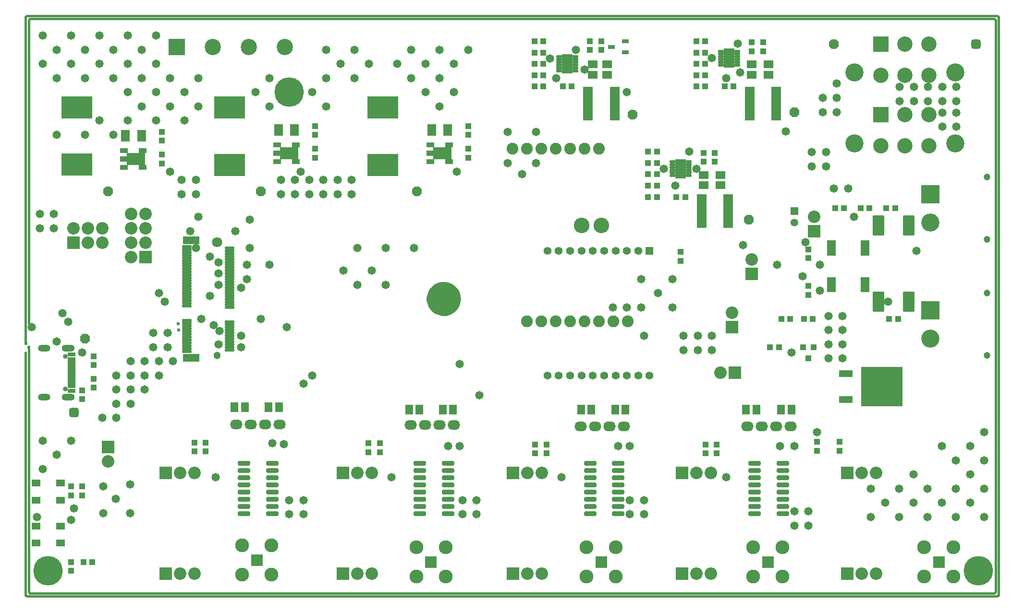
<source format=gts>
G04*
G04 #@! TF.GenerationSoftware,Altium Limited,Altium Designer,22.8.2 (66)*
G04*
G04 Layer_Color=8388736*
%FSLAX25Y25*%
%MOIN*%
G70*
G04*
G04 #@! TF.SameCoordinates,96B98669-0A76-488E-AF90-C307CBE701B7*
G04*
G04*
G04 #@! TF.FilePolarity,Negative*
G04*
G01*
G75*
%ADD40C,0.07874*%
%ADD41C,0.01500*%
%ADD42C,0.10800*%
%ADD43R,0.07099X0.23241*%
G04:AMPARAMS|DCode=44|XSize=19.81mil|YSize=69.02mil|CornerRadius=4.89mil|HoleSize=0mil|Usage=FLASHONLY|Rotation=90.000|XOffset=0mil|YOffset=0mil|HoleType=Round|Shape=RoundedRectangle|*
%AMROUNDEDRECTD44*
21,1,0.01981,0.05925,0,0,90.0*
21,1,0.01004,0.06902,0,0,90.0*
1,1,0.00977,0.02963,0.00502*
1,1,0.00977,0.02963,-0.00502*
1,1,0.00977,-0.02963,-0.00502*
1,1,0.00977,-0.02963,0.00502*
%
%ADD44ROUNDEDRECTD44*%
G04:AMPARAMS|DCode=45|XSize=55.24mil|YSize=116.27mil|CornerRadius=7.54mil|HoleSize=0mil|Usage=FLASHONLY|Rotation=90.000|XOffset=0mil|YOffset=0mil|HoleType=Round|Shape=RoundedRectangle|*
%AMROUNDEDRECTD45*
21,1,0.05524,0.10118,0,0,90.0*
21,1,0.04016,0.11627,0,0,90.0*
1,1,0.01509,0.05059,0.02008*
1,1,0.01509,0.05059,-0.02008*
1,1,0.01509,-0.05059,-0.02008*
1,1,0.01509,-0.05059,0.02008*
%
%ADD45ROUNDEDRECTD45*%
G04:AMPARAMS|DCode=46|XSize=85.56mil|YSize=31.23mil|CornerRadius=6.9mil|HoleSize=0mil|Usage=FLASHONLY|Rotation=180.000|XOffset=0mil|YOffset=0mil|HoleType=Round|Shape=RoundedRectangle|*
%AMROUNDEDRECTD46*
21,1,0.08556,0.01742,0,0,180.0*
21,1,0.07175,0.03123,0,0,180.0*
1,1,0.01381,-0.03588,0.00871*
1,1,0.01381,0.03588,0.00871*
1,1,0.01381,0.03588,-0.00871*
1,1,0.01381,-0.03588,-0.00871*
%
%ADD46ROUNDEDRECTD46*%
%ADD47R,0.05524X0.03477*%
%ADD48R,0.07493X0.13792*%
G04:AMPARAMS|DCode=49|XSize=41.07mil|YSize=18.24mil|CornerRadius=5.28mil|HoleSize=0mil|Usage=FLASHONLY|Rotation=0.000|XOffset=0mil|YOffset=0mil|HoleType=Round|Shape=RoundedRectangle|*
%AMROUNDEDRECTD49*
21,1,0.04107,0.00768,0,0,0.0*
21,1,0.03051,0.01824,0,0,0.0*
1,1,0.01056,0.01526,-0.00384*
1,1,0.01056,-0.01526,-0.00384*
1,1,0.01056,-0.01526,0.00384*
1,1,0.01056,0.01526,0.00384*
%
%ADD49ROUNDEDRECTD49*%
%ADD50R,0.06312X0.02572*%
%ADD51R,0.05918X0.04737*%
%ADD52R,0.04461X0.04225*%
%ADD53R,0.04225X0.04461*%
G04:AMPARAMS|DCode=54|XSize=82.8mil|YSize=140.68mil|CornerRadius=6.62mil|HoleSize=0mil|Usage=FLASHONLY|Rotation=180.000|XOffset=0mil|YOffset=0mil|HoleType=Round|Shape=RoundedRectangle|*
%AMROUNDEDRECTD54*
21,1,0.08280,0.12744,0,0,180.0*
21,1,0.06957,0.14068,0,0,180.0*
1,1,0.01324,-0.03478,0.06372*
1,1,0.01324,0.03478,0.06372*
1,1,0.01324,0.03478,-0.06372*
1,1,0.01324,-0.03478,-0.06372*
%
%ADD54ROUNDEDRECTD54*%
%ADD55R,0.04737X0.03162*%
%ADD56R,0.09461X0.04540*%
%ADD57R,0.29147X0.27572*%
%ADD58R,0.21272X0.15564*%
%ADD59R,0.05328X0.03162*%
%ADD60R,0.05328X0.01981*%
%ADD61R,0.06076X0.07887*%
%ADD62R,0.03950X0.04343*%
%ADD63R,0.05170X0.06587*%
%ADD64R,0.06587X0.05170*%
%ADD65P,0.07360X8X22.5*%
G04:AMPARAMS|DCode=66|XSize=68mil|YSize=68mil|CornerRadius=19mil|HoleSize=0mil|Usage=FLASHONLY|Rotation=0.000|XOffset=0mil|YOffset=0mil|HoleType=Round|Shape=RoundedRectangle|*
%AMROUNDEDRECTD66*
21,1,0.06800,0.03000,0,0,0.0*
21,1,0.03000,0.06800,0,0,0.0*
1,1,0.03800,0.01500,-0.01500*
1,1,0.03800,-0.01500,-0.01500*
1,1,0.03800,-0.01500,0.01500*
1,1,0.03800,0.01500,0.01500*
%
%ADD66ROUNDEDRECTD66*%
%ADD67C,0.08200*%
%ADD68C,0.07099*%
%ADD69C,0.05131*%
%ADD70C,0.14580*%
%ADD71O,0.08674X0.06706*%
%ADD72R,0.08674X0.08674*%
%ADD73C,0.08674*%
%ADD74R,0.08674X0.08674*%
%ADD75R,0.11312X0.11312*%
%ADD76C,0.11312*%
%ADD77C,0.12611*%
%ADD78R,0.10642X0.10642*%
%ADD79C,0.10642*%
%ADD80C,0.10642*%
%ADD81R,0.12611X0.12611*%
%ADD82C,0.04737*%
%ADD83R,0.05328X0.05328*%
%ADD84C,0.05328*%
%ADD85C,0.05512*%
%ADD86R,0.05512X0.05512*%
%ADD87C,0.09646*%
%ADD88R,0.08465X0.08465*%
%ADD89O,0.08674X0.04737*%
%ADD90O,0.09068X0.04934*%
%ADD91C,0.03359*%
%ADD92C,0.20485*%
%ADD93C,0.05800*%
%ADD94C,0.02375*%
G36*
X181496Y398248D02*
X168701D01*
Y400709D01*
X163976D01*
Y404173D01*
X168701D01*
Y406634D01*
X181496D01*
Y398248D01*
D02*
G37*
G36*
X287795Y402185D02*
X275000D01*
Y404646D01*
X270276D01*
Y408110D01*
X275000D01*
Y410571D01*
X287795D01*
Y402185D01*
D02*
G37*
G36*
X394094D02*
X381299D01*
Y404646D01*
X376575D01*
Y408110D01*
X381299D01*
Y410571D01*
X394094D01*
Y402185D01*
D02*
G37*
D40*
X396555Y305118D02*
X396491Y306125D01*
X396298Y307115D01*
X395980Y308073D01*
X395542Y308982D01*
X394991Y309828D01*
X394337Y310596D01*
X393590Y311274D01*
X392763Y311852D01*
X391868Y312318D01*
X390921Y312667D01*
X389938Y312891D01*
X388933Y312988D01*
X387925Y312956D01*
X386929Y312795D01*
X385962Y312508D01*
X385039Y312099D01*
X384176Y311576D01*
X383387Y310947D01*
X382685Y310222D01*
X382082Y309414D01*
X381587Y308535D01*
X381208Y307599D01*
X380952Y306623D01*
X380823Y305623D01*
Y304614D01*
X380952Y303613D01*
X381208Y302637D01*
X381587Y301702D01*
X382082Y300823D01*
X382685Y300014D01*
X383387Y299289D01*
X384176Y298660D01*
X385039Y298137D01*
X385962Y297729D01*
X386929Y297442D01*
X387925Y297281D01*
X388933Y297248D01*
X389938Y297345D01*
X390921Y297569D01*
X391868Y297918D01*
X392763Y298385D01*
X393590Y298962D01*
X394337Y299640D01*
X394991Y300409D01*
X395542Y301254D01*
X395980Y302163D01*
X396298Y303121D01*
X396491Y304111D01*
X396555Y305118D01*
D41*
X98425Y274724D02*
X98787Y274363D01*
X100525Y101404D02*
Y271654D01*
X98425Y267717D02*
X98425Y99304D01*
X99304Y98425D01*
X100525Y101404D02*
X101404Y100525D01*
X770643D01*
X99304Y98425D02*
X772743D01*
X773622Y99304D01*
X770643Y100525D02*
X771522Y101404D01*
X770643Y499868D02*
X771522Y498990D01*
X773622Y99304D02*
Y501090D01*
X771522Y101404D02*
Y498990D01*
X772743Y501968D02*
X773622Y501090D01*
X100525Y288217D02*
X102362Y286380D01*
X101404Y499868D02*
X770643D01*
X100525Y498990D02*
X101404Y499868D01*
X100525Y288217D02*
Y498990D01*
X99304Y501968D02*
X772743D01*
X98425Y501090D02*
X99304Y501968D01*
X98425Y274724D02*
X98425Y501090D01*
X102362Y285433D02*
Y286380D01*
D42*
X484252Y356299D02*
D03*
X498032D02*
D03*
D43*
X567520Y366142D02*
D03*
X586024D02*
D03*
X619488Y440945D02*
D03*
X600984D02*
D03*
X507283D02*
D03*
X488779D02*
D03*
D44*
X210433Y341535D02*
D03*
X240158Y340551D02*
D03*
X210433Y339567D02*
D03*
X240158Y338583D02*
D03*
X210433Y337598D02*
D03*
X240158Y336614D02*
D03*
X210433Y335630D02*
D03*
X240158Y334646D02*
D03*
X210433Y333661D02*
D03*
X240158Y332677D02*
D03*
X210433Y331693D02*
D03*
X240158Y330709D02*
D03*
X210433Y329724D02*
D03*
X240158Y328740D02*
D03*
X210433Y327756D02*
D03*
X240158Y326772D02*
D03*
X210433Y325787D02*
D03*
X240158Y324803D02*
D03*
X210433Y323819D02*
D03*
X240158Y322835D02*
D03*
X210433Y321850D02*
D03*
X240158Y320866D02*
D03*
X210433Y319882D02*
D03*
X240158Y318898D02*
D03*
X210433Y317913D02*
D03*
X240158Y316929D02*
D03*
X210433Y315945D02*
D03*
X240158Y314961D02*
D03*
X210433Y313976D02*
D03*
X240158Y312992D02*
D03*
X210433Y312008D02*
D03*
X240158Y311024D02*
D03*
X210433Y310039D02*
D03*
X240158Y309055D02*
D03*
X210433Y308071D02*
D03*
X240158Y307087D02*
D03*
X210433Y306102D02*
D03*
X240158Y305118D02*
D03*
X210433Y304134D02*
D03*
X240158Y303150D02*
D03*
X210433Y302165D02*
D03*
X240158Y301181D02*
D03*
X210433Y300197D02*
D03*
X240158Y299213D02*
D03*
X210433Y290354D02*
D03*
X240158Y289370D02*
D03*
X210433Y288386D02*
D03*
X240158Y287402D02*
D03*
X210433Y286417D02*
D03*
X240158Y285433D02*
D03*
X210433Y284449D02*
D03*
X240158Y283465D02*
D03*
X210433Y282480D02*
D03*
X240158Y281496D02*
D03*
X210433Y280512D02*
D03*
Y278543D02*
D03*
Y276575D02*
D03*
Y274606D02*
D03*
Y272638D02*
D03*
Y270669D02*
D03*
Y268701D02*
D03*
X240158Y269685D02*
D03*
Y271654D02*
D03*
Y273622D02*
D03*
Y275590D02*
D03*
Y277559D02*
D03*
Y279528D02*
D03*
D45*
X213484Y345866D02*
D03*
Y264370D02*
D03*
D46*
X269587Y155728D02*
D03*
Y160728D02*
D03*
Y165728D02*
D03*
Y170728D02*
D03*
Y175728D02*
D03*
Y180728D02*
D03*
Y185728D02*
D03*
Y190728D02*
D03*
X250098D02*
D03*
Y185728D02*
D03*
Y180728D02*
D03*
Y175728D02*
D03*
Y170728D02*
D03*
Y165728D02*
D03*
Y160728D02*
D03*
Y155728D02*
D03*
X391634D02*
D03*
Y160728D02*
D03*
Y165728D02*
D03*
Y170728D02*
D03*
Y175728D02*
D03*
Y180728D02*
D03*
Y185728D02*
D03*
Y190728D02*
D03*
X372146D02*
D03*
Y185728D02*
D03*
Y180728D02*
D03*
Y175728D02*
D03*
Y170728D02*
D03*
Y165728D02*
D03*
Y160728D02*
D03*
Y155728D02*
D03*
X509744D02*
D03*
Y160728D02*
D03*
Y165728D02*
D03*
Y170728D02*
D03*
Y175728D02*
D03*
Y180728D02*
D03*
Y185728D02*
D03*
Y190728D02*
D03*
X490256D02*
D03*
Y185728D02*
D03*
Y180728D02*
D03*
Y175728D02*
D03*
Y170728D02*
D03*
Y165728D02*
D03*
Y160728D02*
D03*
Y155728D02*
D03*
X623917D02*
D03*
Y160728D02*
D03*
Y165728D02*
D03*
Y170728D02*
D03*
Y175728D02*
D03*
Y180728D02*
D03*
Y185728D02*
D03*
Y190728D02*
D03*
X604429D02*
D03*
Y185728D02*
D03*
Y180728D02*
D03*
Y175728D02*
D03*
Y170728D02*
D03*
Y165728D02*
D03*
Y160728D02*
D03*
Y155728D02*
D03*
D47*
X392323Y412283D02*
D03*
Y400472D02*
D03*
X379331D02*
D03*
Y412283D02*
D03*
X286024D02*
D03*
Y400472D02*
D03*
X273031D02*
D03*
Y412283D02*
D03*
X179724Y408346D02*
D03*
Y396535D02*
D03*
X166732D02*
D03*
Y408346D02*
D03*
D48*
X586614Y472441D02*
D03*
X474409Y468504D02*
D03*
X553150Y395669D02*
D03*
D49*
X592264Y477362D02*
D03*
Y475394D02*
D03*
Y473425D02*
D03*
Y471457D02*
D03*
Y469488D02*
D03*
Y467520D02*
D03*
X580965D02*
D03*
Y469488D02*
D03*
Y471457D02*
D03*
Y473425D02*
D03*
Y475394D02*
D03*
Y477362D02*
D03*
X480059Y473425D02*
D03*
Y471457D02*
D03*
Y469488D02*
D03*
Y467520D02*
D03*
Y465551D02*
D03*
Y463583D02*
D03*
X468760D02*
D03*
Y465551D02*
D03*
Y467520D02*
D03*
Y469488D02*
D03*
Y471457D02*
D03*
Y473425D02*
D03*
X558799Y400591D02*
D03*
Y398622D02*
D03*
Y396654D02*
D03*
Y394685D02*
D03*
Y392717D02*
D03*
Y390748D02*
D03*
X547500D02*
D03*
Y392717D02*
D03*
Y394685D02*
D03*
Y396654D02*
D03*
Y398622D02*
D03*
Y400591D02*
D03*
D50*
X680905Y311122D02*
D03*
Y313681D02*
D03*
Y316240D02*
D03*
Y318799D02*
D03*
X657677Y311122D02*
D03*
Y313681D02*
D03*
Y316240D02*
D03*
Y318799D02*
D03*
X680905Y336713D02*
D03*
Y339272D02*
D03*
Y341831D02*
D03*
Y344390D02*
D03*
X657677Y336713D02*
D03*
Y339272D02*
D03*
Y341831D02*
D03*
Y344390D02*
D03*
D51*
X122835Y135433D02*
D03*
X105512Y147244D02*
D03*
Y135433D02*
D03*
X122835Y147244D02*
D03*
X122835Y165354D02*
D03*
X105512Y177165D02*
D03*
Y165354D02*
D03*
X122835Y177165D02*
D03*
D52*
X647638Y205827D02*
D03*
Y199685D02*
D03*
X663386Y205827D02*
D03*
Y199685D02*
D03*
X215539Y205264D02*
D03*
Y199122D02*
D03*
X223413Y205264D02*
D03*
Y199122D02*
D03*
X336457Y204724D02*
D03*
Y198583D02*
D03*
X344331Y204724D02*
D03*
Y198583D02*
D03*
X452126Y203858D02*
D03*
Y197716D02*
D03*
X460000Y203858D02*
D03*
Y197716D02*
D03*
X570236Y203858D02*
D03*
Y197717D02*
D03*
X578110Y203858D02*
D03*
Y197717D02*
D03*
X405512Y403307D02*
D03*
Y409449D02*
D03*
X299213Y403307D02*
D03*
Y409449D02*
D03*
X192913Y399370D02*
D03*
Y405512D02*
D03*
X641732Y314094D02*
D03*
Y307953D02*
D03*
X602362Y477244D02*
D03*
Y483386D02*
D03*
X641732Y339685D02*
D03*
Y333543D02*
D03*
X490158Y478110D02*
D03*
Y484252D02*
D03*
X576772Y400472D02*
D03*
Y406614D02*
D03*
X145669Y249528D02*
D03*
Y243386D02*
D03*
Y259134D02*
D03*
Y265276D02*
D03*
X137795Y168583D02*
D03*
Y174724D02*
D03*
X405512Y419055D02*
D03*
Y425197D02*
D03*
X299213Y419055D02*
D03*
Y425197D02*
D03*
X192913Y415118D02*
D03*
Y421260D02*
D03*
X610236Y477244D02*
D03*
Y483386D02*
D03*
X498032Y478110D02*
D03*
Y484252D02*
D03*
X568898Y400472D02*
D03*
Y406614D02*
D03*
X137795Y241654D02*
D03*
Y235512D02*
D03*
X129921Y122283D02*
D03*
Y116142D02*
D03*
X129921Y174724D02*
D03*
Y168583D02*
D03*
X553150Y337717D02*
D03*
Y331575D02*
D03*
D53*
X570000Y484252D02*
D03*
X563858D02*
D03*
X570000Y476378D02*
D03*
X563858D02*
D03*
X666457Y368110D02*
D03*
X660315D02*
D03*
X457795Y484252D02*
D03*
X451653D02*
D03*
X457795Y468504D02*
D03*
X451653D02*
D03*
X684173Y368110D02*
D03*
X678031D02*
D03*
X621181Y271654D02*
D03*
X615039D02*
D03*
X629055Y291339D02*
D03*
X622913D02*
D03*
X644803Y291339D02*
D03*
X638661D02*
D03*
X536535Y407480D02*
D03*
X530394D02*
D03*
X536535Y399606D02*
D03*
X530394D02*
D03*
X138661Y122047D02*
D03*
X144803D02*
D03*
X570000Y468504D02*
D03*
X563858D02*
D03*
Y460630D02*
D03*
X570000D02*
D03*
X563858Y452756D02*
D03*
X570000D02*
D03*
X583543D02*
D03*
X589685D02*
D03*
X703858Y291339D02*
D03*
X697717D02*
D03*
X457795Y476378D02*
D03*
X451653D02*
D03*
Y452756D02*
D03*
X457795D02*
D03*
X451653Y460630D02*
D03*
X457795D02*
D03*
X471339Y452756D02*
D03*
X477480D02*
D03*
X695748Y368110D02*
D03*
X701890D02*
D03*
X536535Y391732D02*
D03*
X530394D02*
D03*
Y375984D02*
D03*
X536535D02*
D03*
X530394Y383858D02*
D03*
X536535D02*
D03*
X550079Y375984D02*
D03*
X556220D02*
D03*
D54*
X711260Y303150D02*
D03*
X690315D02*
D03*
X711260Y356299D02*
D03*
X690315D02*
D03*
D55*
X505118Y480315D02*
D03*
X514567Y484055D02*
D03*
Y476575D02*
D03*
D56*
X667520Y253071D02*
D03*
Y235118D02*
D03*
D57*
X692717Y244094D02*
D03*
D58*
X346457Y438071D02*
D03*
Y398307D02*
D03*
X240158Y438071D02*
D03*
Y398307D02*
D03*
X133858Y438268D02*
D03*
Y398504D02*
D03*
D59*
X130217Y266496D02*
D03*
Y241299D02*
D03*
Y263347D02*
D03*
Y244449D02*
D03*
D60*
Y252913D02*
D03*
Y254882D02*
D03*
Y250945D02*
D03*
Y248976D02*
D03*
Y247008D02*
D03*
Y256850D02*
D03*
Y258819D02*
D03*
Y260787D02*
D03*
D61*
X380197Y422520D02*
D03*
X391457D02*
D03*
X273898D02*
D03*
X285157D02*
D03*
X167598Y418386D02*
D03*
X178858D02*
D03*
D62*
X645472Y271654D02*
D03*
X637992D02*
D03*
X641732Y263779D02*
D03*
D63*
X250579Y229752D02*
D03*
X243492D02*
D03*
X267114D02*
D03*
X274201D02*
D03*
X371654Y228346D02*
D03*
X364567D02*
D03*
X388032D02*
D03*
X395118D02*
D03*
X491102D02*
D03*
X484016D02*
D03*
X507638D02*
D03*
X514724D02*
D03*
X605512D02*
D03*
X598425D02*
D03*
X622835D02*
D03*
X629921D02*
D03*
D64*
X614174Y461024D02*
D03*
Y468110D02*
D03*
X602362Y461024D02*
D03*
Y468110D02*
D03*
X501969Y461024D02*
D03*
Y468110D02*
D03*
X492126Y461024D02*
D03*
Y468110D02*
D03*
X568898Y384252D02*
D03*
Y391339D02*
D03*
X580709Y384252D02*
D03*
Y391339D02*
D03*
D65*
X370079Y379921D02*
D03*
X261811D02*
D03*
X155512D02*
D03*
X139764Y277559D02*
D03*
X659449Y482283D02*
D03*
X600394Y360236D02*
D03*
X631890Y435039D02*
D03*
X519685Y433071D02*
D03*
D66*
X131890Y226378D02*
D03*
X757874Y482283D02*
D03*
D67*
X446220Y289449D02*
D03*
X506220D02*
D03*
X496220D02*
D03*
X486221D02*
D03*
X476221D02*
D03*
X466221D02*
D03*
X456220D02*
D03*
X496220Y409449D02*
D03*
X486221D02*
D03*
X476221D02*
D03*
X466221D02*
D03*
X456220D02*
D03*
X446220D02*
D03*
X436221D02*
D03*
X516221Y289449D02*
D03*
D68*
X231201Y344488D02*
D03*
D69*
Y265748D02*
D03*
D70*
X388681Y305118D02*
D03*
D71*
X274594Y217941D02*
D03*
X264595D02*
D03*
X254594D02*
D03*
X244595D02*
D03*
X395512Y217402D02*
D03*
X385512D02*
D03*
X375512D02*
D03*
X365512D02*
D03*
X513622Y216535D02*
D03*
X503622D02*
D03*
X493622D02*
D03*
X483622D02*
D03*
X629291Y216535D02*
D03*
X619291D02*
D03*
X609291D02*
D03*
X599291D02*
D03*
D72*
X131575Y344331D02*
D03*
X590551Y253937D02*
D03*
X195539Y184173D02*
D03*
X195539Y114173D02*
D03*
X318583Y184173D02*
D03*
X318583Y114173D02*
D03*
X436693Y184173D02*
D03*
X436693Y114173D02*
D03*
X668661D02*
D03*
X554173Y184173D02*
D03*
X668661Y184173D02*
D03*
X554173Y114173D02*
D03*
D73*
X151575Y354331D02*
D03*
Y344331D02*
D03*
X141575Y354331D02*
D03*
Y344331D02*
D03*
X131575Y354331D02*
D03*
X580551Y253937D02*
D03*
X645669Y362362D02*
D03*
X155512Y192318D02*
D03*
X171575Y364331D02*
D03*
X181575D02*
D03*
X171575Y354331D02*
D03*
X181575D02*
D03*
X171575Y344331D02*
D03*
X181575D02*
D03*
X171575Y334331D02*
D03*
X602362Y332677D02*
D03*
X588583Y295433D02*
D03*
X215539Y184173D02*
D03*
X205539D02*
D03*
X215539Y114173D02*
D03*
X205539D02*
D03*
X338583Y184173D02*
D03*
X328583D02*
D03*
X338583Y114173D02*
D03*
X328583D02*
D03*
X456693Y184173D02*
D03*
X446693D02*
D03*
X456693Y114173D02*
D03*
X446693D02*
D03*
X688661D02*
D03*
X678661D02*
D03*
X574173Y184173D02*
D03*
X564173D02*
D03*
X688661Y184173D02*
D03*
X678661D02*
D03*
X574173Y114173D02*
D03*
X564173D02*
D03*
D74*
X645669Y352362D02*
D03*
X155512Y202318D02*
D03*
X181575Y334331D02*
D03*
X602362Y322677D02*
D03*
X588583Y285433D02*
D03*
D75*
X203346Y480315D02*
D03*
D76*
X228346D02*
D03*
X253346D02*
D03*
X278346D02*
D03*
D77*
X673622Y462441D02*
D03*
X743701D02*
D03*
X673622Y413228D02*
D03*
X743701D02*
D03*
X726378Y277559D02*
D03*
Y358268D02*
D03*
D78*
X692126Y482283D02*
D03*
Y433071D02*
D03*
D79*
Y460630D02*
D03*
X708661D02*
D03*
X725197Y482283D02*
D03*
Y460630D02*
D03*
X692126Y411417D02*
D03*
X708661D02*
D03*
X725197Y433071D02*
D03*
Y411417D02*
D03*
D80*
X708661Y482283D02*
D03*
Y433071D02*
D03*
D81*
X726378Y297244D02*
D03*
Y377953D02*
D03*
D82*
X765748Y309055D02*
D03*
Y265748D02*
D03*
Y389764D02*
D03*
Y346457D02*
D03*
D83*
X631890Y366169D02*
D03*
D84*
Y358268D02*
D03*
D85*
X531496Y251969D02*
D03*
X523622D02*
D03*
X515748D02*
D03*
X507874D02*
D03*
X500000D02*
D03*
X492126D02*
D03*
X484252D02*
D03*
X476378D02*
D03*
X468504D02*
D03*
X460630D02*
D03*
Y338583D02*
D03*
X468504D02*
D03*
X476378D02*
D03*
X484252D02*
D03*
X492126D02*
D03*
X500000D02*
D03*
X507874D02*
D03*
X515748D02*
D03*
X523622D02*
D03*
D86*
X531496D02*
D03*
D87*
X248709Y133787D02*
D03*
X268984D02*
D03*
X248709Y113512D02*
D03*
X268984D02*
D03*
X369626Y132382D02*
D03*
X389902D02*
D03*
X369626Y112106D02*
D03*
X389902D02*
D03*
X487736Y132382D02*
D03*
X508012D02*
D03*
X487736Y112106D02*
D03*
X508012D02*
D03*
X722146Y132382D02*
D03*
X742421D02*
D03*
X722146Y112106D02*
D03*
X742421D02*
D03*
X603406Y132382D02*
D03*
X623681D02*
D03*
X603406Y112106D02*
D03*
X623681D02*
D03*
D88*
X258846Y123650D02*
D03*
X379764Y122244D02*
D03*
X497874D02*
D03*
X732283Y122244D02*
D03*
X613543Y122244D02*
D03*
D89*
X111496Y270905D02*
D03*
Y236890D02*
D03*
D90*
X127953Y270905D02*
D03*
Y236890D02*
D03*
D91*
X125984Y242520D02*
D03*
Y265276D02*
D03*
D92*
X759842Y116142D02*
D03*
X114173D02*
D03*
X281496Y448819D02*
D03*
D93*
X596457Y342520D02*
D03*
X525591Y299213D02*
D03*
Y318898D02*
D03*
X505905Y299213D02*
D03*
X244094Y352362D02*
D03*
X253937Y340551D02*
D03*
X226378Y307087D02*
D03*
X129921Y151575D02*
D03*
X106299Y153543D02*
D03*
X190945Y309055D02*
D03*
X194882Y303150D02*
D03*
X277559Y204061D02*
D03*
X257874Y448819D02*
D03*
X267717Y438976D02*
D03*
Y458661D02*
D03*
X307087D02*
D03*
Y478346D02*
D03*
X316929Y468504D02*
D03*
X326772Y458661D02*
D03*
Y478346D02*
D03*
X336614Y468504D02*
D03*
X139764Y458661D02*
D03*
X129921Y468504D02*
D03*
X152221Y156360D02*
D03*
X152320Y175035D02*
D03*
X574803Y279528D02*
D03*
X564961D02*
D03*
X574803Y269685D02*
D03*
X555118Y279528D02*
D03*
X564961Y269685D02*
D03*
X555118D02*
D03*
X118110Y364173D02*
D03*
X108268D02*
D03*
X118110Y354331D02*
D03*
X108268D02*
D03*
X285433Y387795D02*
D03*
X275590D02*
D03*
X285433Y377953D02*
D03*
X275590D02*
D03*
X324803Y387795D02*
D03*
X314961D02*
D03*
X324803Y377953D02*
D03*
X314961D02*
D03*
X305118Y387795D02*
D03*
X295276D02*
D03*
X305118Y377953D02*
D03*
X295276D02*
D03*
X216535Y387795D02*
D03*
X206693D02*
D03*
X216535Y377953D02*
D03*
X206693D02*
D03*
X196850Y281496D02*
D03*
X187008D02*
D03*
X196850Y271654D02*
D03*
X187008D02*
D03*
X368110Y340551D02*
D03*
X328740D02*
D03*
X348425D02*
D03*
X705026Y452425D02*
D03*
Y442583D02*
D03*
X724711Y452425D02*
D03*
X714868D02*
D03*
X724711Y442583D02*
D03*
X714868D02*
D03*
X744396Y452425D02*
D03*
X734553D02*
D03*
X744396Y442583D02*
D03*
X734553D02*
D03*
X744396Y434709D02*
D03*
X734553D02*
D03*
X744396Y424866D02*
D03*
X734553D02*
D03*
X661417Y454724D02*
D03*
Y444882D02*
D03*
X651575D02*
D03*
X661417Y435039D02*
D03*
X651575D02*
D03*
X653845Y407150D02*
D03*
X644002D02*
D03*
X653845Y397307D02*
D03*
X644002D02*
D03*
X659449Y381890D02*
D03*
X669291D02*
D03*
X655512Y283465D02*
D03*
X665354D02*
D03*
X655512Y293307D02*
D03*
X665354D02*
D03*
X655512Y263779D02*
D03*
X665354D02*
D03*
X655512Y273622D02*
D03*
X665354D02*
D03*
X714567Y183071D02*
D03*
X734252Y202756D02*
D03*
X763779Y192913D02*
D03*
X753937Y183071D02*
D03*
X744095Y192913D02*
D03*
X763779Y212598D02*
D03*
X753937Y202756D02*
D03*
X685039Y173228D02*
D03*
X704724D02*
D03*
X694882Y163386D02*
D03*
X704724Y153543D02*
D03*
X685039D02*
D03*
X724409D02*
D03*
X714567Y163386D02*
D03*
X724409Y173228D02*
D03*
X744095Y153543D02*
D03*
X734252Y163386D02*
D03*
X744095Y173228D02*
D03*
X763779Y153543D02*
D03*
X753937Y163386D02*
D03*
X763779Y173228D02*
D03*
X269685Y204724D02*
D03*
X631890Y202756D02*
D03*
X622047D02*
D03*
X391732D02*
D03*
X399606D02*
D03*
X509842D02*
D03*
X517717D02*
D03*
X641732Y157480D02*
D03*
X631890D02*
D03*
X641732Y147638D02*
D03*
X631890D02*
D03*
X527559Y165354D02*
D03*
X517717D02*
D03*
X527559Y155512D02*
D03*
X517717D02*
D03*
X411417Y165354D02*
D03*
X401575D02*
D03*
X411417Y155512D02*
D03*
X401575D02*
D03*
X291339Y165354D02*
D03*
X281496D02*
D03*
X291339Y155512D02*
D03*
X281496D02*
D03*
X348425Y314961D02*
D03*
X318898Y324803D02*
D03*
X328740Y314961D02*
D03*
X338583Y324803D02*
D03*
X547244Y299213D02*
D03*
X537402Y309055D02*
D03*
X547244Y318898D02*
D03*
X527559Y279528D02*
D03*
X515748Y299213D02*
D03*
X442913Y391732D02*
D03*
X433071Y399606D02*
D03*
Y421260D02*
D03*
X452756Y399606D02*
D03*
Y421260D02*
D03*
X385827Y438976D02*
D03*
X395669Y448819D02*
D03*
X375984D02*
D03*
Y468504D02*
D03*
X385827Y458661D02*
D03*
Y478346D02*
D03*
X395669Y468504D02*
D03*
X405512Y478346D02*
D03*
X366142Y458661D02*
D03*
X356299Y468504D02*
D03*
X366142Y478346D02*
D03*
X307087Y438976D02*
D03*
X297244Y448819D02*
D03*
X149606Y429134D02*
D03*
X120079Y419291D02*
D03*
X139764D02*
D03*
X159449D02*
D03*
X208661Y429134D02*
D03*
X169291D02*
D03*
Y448819D02*
D03*
X188976Y429134D02*
D03*
X179134Y438976D02*
D03*
X188976Y448819D02*
D03*
X198819Y438976D02*
D03*
Y458661D02*
D03*
X218504Y438976D02*
D03*
X208661Y448819D02*
D03*
X218504Y458661D02*
D03*
X179134D02*
D03*
X159449D02*
D03*
X120079D02*
D03*
X110236Y488189D02*
D03*
X129921D02*
D03*
X120079Y478346D02*
D03*
X110236Y468504D02*
D03*
X149606D02*
D03*
X139764Y478346D02*
D03*
X149606Y488189D02*
D03*
X169291Y468504D02*
D03*
X159449Y478346D02*
D03*
X169291Y488189D02*
D03*
X188976Y468504D02*
D03*
X179134Y478346D02*
D03*
X188976Y488189D02*
D03*
X181102Y242126D02*
D03*
X200787Y261811D02*
D03*
X171260D02*
D03*
X181102Y251969D02*
D03*
X190945D02*
D03*
X181102Y261811D02*
D03*
X190945D02*
D03*
X151575Y222441D02*
D03*
X171260Y251969D02*
D03*
X161417D02*
D03*
X171260Y242126D02*
D03*
X161417D02*
D03*
Y232283D02*
D03*
Y222441D02*
D03*
X171260Y232283D02*
D03*
X110236Y187008D02*
D03*
Y206693D02*
D03*
X120079Y196850D02*
D03*
X129921Y206693D02*
D03*
X218504Y362205D02*
D03*
X212598Y352362D02*
D03*
X297244Y251969D02*
D03*
X279528Y285433D02*
D03*
X261811Y291339D02*
D03*
X232901Y282839D02*
D03*
X229032Y286887D02*
D03*
X220472Y291339D02*
D03*
X625984Y421450D02*
D03*
X673228Y362205D02*
D03*
X161112Y166208D02*
D03*
X170954Y156365D02*
D03*
Y176050D02*
D03*
X124016Y295164D02*
D03*
X127953Y289370D02*
D03*
X647638Y212598D02*
D03*
X102619Y285434D02*
D03*
X137795Y267717D02*
D03*
X584646Y181102D02*
D03*
X230315D02*
D03*
X352362D02*
D03*
X470472Y181102D02*
D03*
X232283Y273622D02*
D03*
X559055Y407480D02*
D03*
X541339Y395669D02*
D03*
X563858D02*
D03*
X592520Y482620D02*
D03*
X120079Y275590D02*
D03*
X232283Y322835D02*
D03*
X251969Y328740D02*
D03*
X267717D02*
D03*
X251969Y318898D02*
D03*
X248031Y312992D02*
D03*
X515748Y448819D02*
D03*
X216566Y340404D02*
D03*
X226378Y334483D02*
D03*
X253937Y360236D02*
D03*
X232283Y330709D02*
D03*
X549213Y383858D02*
D03*
X620079Y328740D02*
D03*
X639764Y344488D02*
D03*
X637795Y320866D02*
D03*
X413386Y238189D02*
D03*
X291339Y246063D02*
D03*
X399606Y259842D02*
D03*
X232283Y314961D02*
D03*
X629921Y267717D02*
D03*
X248031Y271654D02*
D03*
Y279528D02*
D03*
X716535Y338583D02*
D03*
X696850Y303150D02*
D03*
X649606Y311024D02*
D03*
Y328740D02*
D03*
X594488Y462598D02*
D03*
X574803Y472441D02*
D03*
X584646Y458661D02*
D03*
X289370Y393701D02*
D03*
X198819D02*
D03*
X397638D02*
D03*
X466535Y458661D02*
D03*
X462432Y472104D02*
D03*
X486221Y464567D02*
D03*
X480315Y478346D02*
D03*
X131890Y159449D02*
D03*
D94*
X100525Y271654D02*
D03*
X98787Y274363D02*
D03*
X204307Y287819D02*
D03*
X204724Y283465D02*
D03*
M02*

</source>
